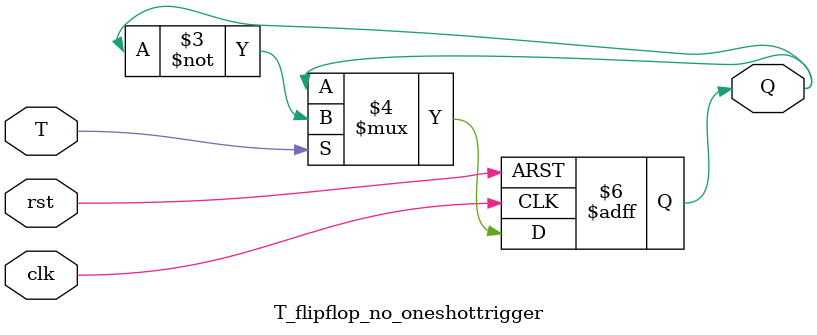
<source format=v>
`timescale 1ns / 1ps


module T_flipflop_no_oneshottrigger(clk, rst, T, Q);

input T, clk, rst;
output reg Q;

always @(posedge clk or negedge rst)
begin
    if(!rst)
        Q <= 1'b0;
    else if(T)
        Q <= ~Q;
end
endmodule

</source>
